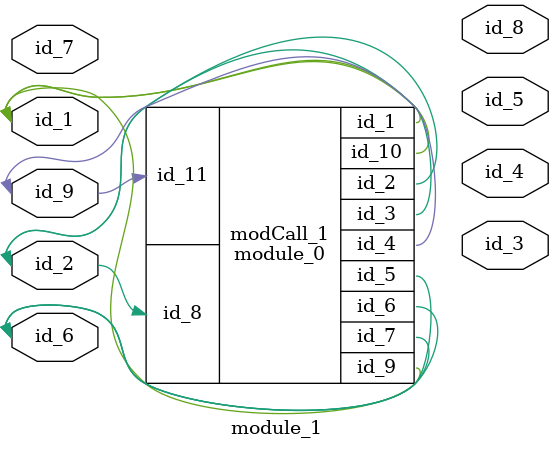
<source format=v>
module module_0 (
    id_1,
    id_2,
    id_3,
    id_4,
    id_5,
    id_6,
    id_7,
    id_8,
    id_9,
    id_10,
    id_11
);
  input wire id_11;
  inout wire id_10;
  inout wire id_9;
  input wire id_8;
  inout wire id_7;
  inout wire id_6;
  inout wire id_5;
  output wire id_4;
  inout wire id_3;
  output wire id_2;
  inout wire id_1;
  wire id_12;
endmodule
module module_1 (
    id_1,
    id_2,
    id_3,
    id_4,
    id_5,
    id_6,
    id_7,
    id_8,
    id_9
);
  inout wire id_9;
  output wire id_8;
  input wire id_7;
  inout wire id_6;
  output wire id_5;
  output wire id_4;
  output wire id_3;
  inout wire id_2;
  inout wire id_1;
  module_0 modCall_1 (
      id_1,
      id_2,
      id_2,
      id_9,
      id_6,
      id_6,
      id_6,
      id_2,
      id_1,
      id_1,
      id_9
  );
endmodule

</source>
